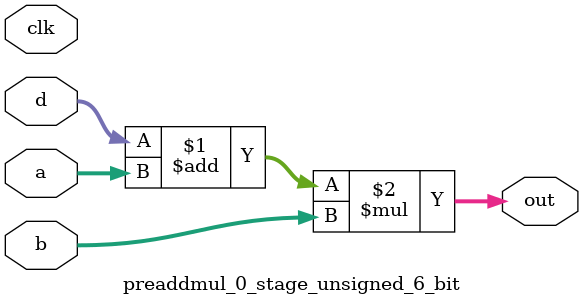
<source format=sv>
(* use_dsp = "yes" *) module preaddmul_0_stage_unsigned_6_bit(
	input  [5:0] a,
	input  [5:0] b,
	input  [5:0] d,
	output [5:0] out,
	input clk);

	assign out = (d + a) * b;
endmodule

</source>
